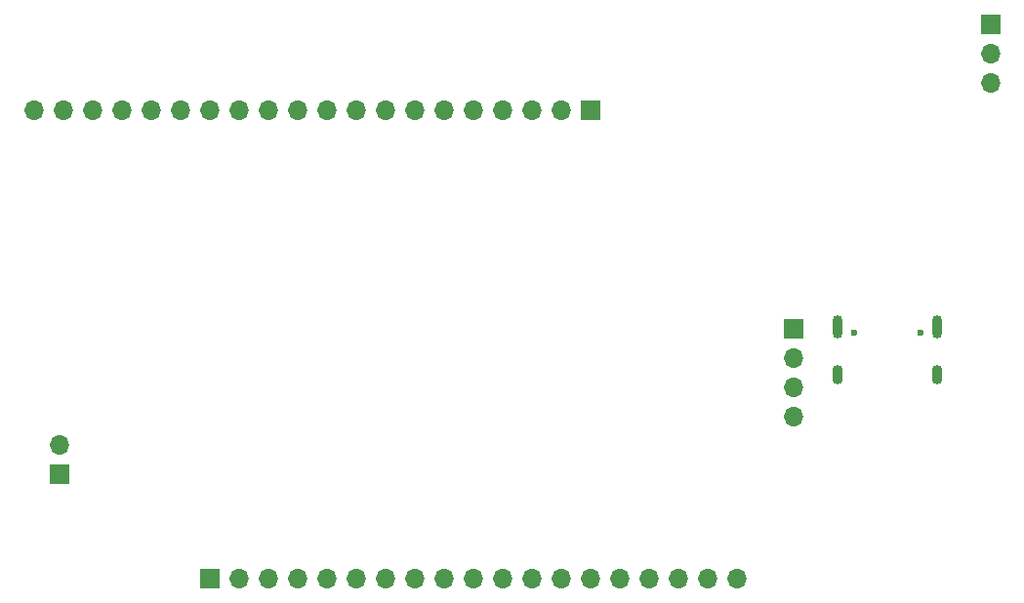
<source format=gbr>
%TF.GenerationSoftware,KiCad,Pcbnew,(6.0.7)*%
%TF.CreationDate,2022-10-09T18:36:03+08:00*%
%TF.ProjectId,DynamicX_1,44796e61-6d69-4635-985f-312e6b696361,rev?*%
%TF.SameCoordinates,Original*%
%TF.FileFunction,Soldermask,Bot*%
%TF.FilePolarity,Negative*%
%FSLAX46Y46*%
G04 Gerber Fmt 4.6, Leading zero omitted, Abs format (unit mm)*
G04 Created by KiCad (PCBNEW (6.0.7)) date 2022-10-09 18:36:03*
%MOMM*%
%LPD*%
G01*
G04 APERTURE LIST*
%ADD10R,1.700000X1.700000*%
%ADD11O,1.700000X1.700000*%
%ADD12C,0.600000*%
%ADD13O,0.900000X1.700000*%
%ADD14O,0.900000X2.000000*%
G04 APERTURE END LIST*
D10*
%TO.C,J4*%
X93990000Y-96520000D03*
D11*
X96530000Y-96520000D03*
X99070000Y-96520000D03*
X101610000Y-96520000D03*
X104150000Y-96520000D03*
X106690000Y-96520000D03*
X109230000Y-96520000D03*
X111770000Y-96520000D03*
X114310000Y-96520000D03*
X116850000Y-96520000D03*
X119390000Y-96520000D03*
X121930000Y-96520000D03*
X124470000Y-96520000D03*
X127010000Y-96520000D03*
X129550000Y-96520000D03*
X132090000Y-96520000D03*
X134630000Y-96520000D03*
X137170000Y-96520000D03*
X139710000Y-96520000D03*
%TD*%
D10*
%TO.C,J7*%
X161670000Y-48370000D03*
D11*
X161670000Y-50910000D03*
X161670000Y-53450000D03*
%TD*%
D10*
%TO.C,J5*%
X127000000Y-55880000D03*
D11*
X124460000Y-55880000D03*
X121920000Y-55880000D03*
X119380000Y-55880000D03*
X116840000Y-55880000D03*
X114300000Y-55880000D03*
X111760000Y-55880000D03*
X109220000Y-55880000D03*
X106680000Y-55880000D03*
X104140000Y-55880000D03*
X101600000Y-55880000D03*
X99060000Y-55880000D03*
X96520000Y-55880000D03*
X93980000Y-55880000D03*
X91440000Y-55880000D03*
X88900000Y-55880000D03*
X86360000Y-55880000D03*
X83820000Y-55880000D03*
X81280000Y-55880000D03*
X78740000Y-55880000D03*
%TD*%
D12*
%TO.C,J1*%
X149870000Y-75140000D03*
X155650000Y-75140000D03*
D13*
X148440000Y-78830000D03*
D14*
X157080000Y-74660000D03*
X148440000Y-74660000D03*
D13*
X157080000Y-78830000D03*
%TD*%
D10*
%TO.C,J2*%
X144640000Y-74800000D03*
D11*
X144640000Y-77340000D03*
X144640000Y-79880000D03*
X144640000Y-82420000D03*
%TD*%
D10*
%TO.C,J6*%
X80960000Y-87410000D03*
D11*
X80960000Y-84870000D03*
%TD*%
M02*

</source>
